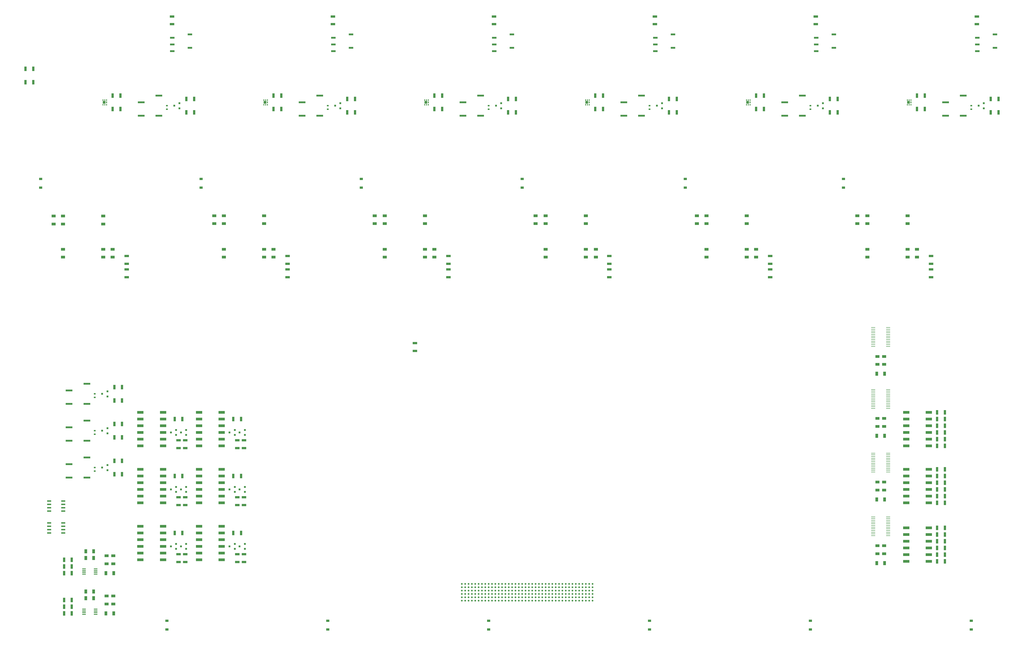
<source format=gbr>
G04 #@! TF.FileFunction,Paste,Top*
%FSLAX46Y46*%
G04 Gerber Fmt 4.6, Leading zero omitted, Abs format (unit mm)*
G04 Created by KiCad (PCBNEW 4.0.6) date 07/27/17 10:42:05*
%MOMM*%
%LPD*%
G01*
G04 APERTURE LIST*
%ADD10C,0.100000*%
%ADD11R,1.550000X0.250000*%
%ADD12R,1.600000X1.000000*%
%ADD13R,1.000000X1.600000*%
%ADD14R,0.700000X0.600000*%
%ADD15R,2.660000X0.800000*%
%ADD16R,2.440000X1.130000*%
%ADD17R,0.800100X0.800100*%
%ADD18R,0.900000X1.700000*%
%ADD19R,1.700000X0.900000*%
%ADD20R,1.450000X0.450000*%
%ADD21R,1.550000X0.600000*%
%ADD22R,0.400000X0.470000*%
%ADD23R,1.000000X1.050000*%
%ADD24R,0.400000X0.660000*%
%ADD25R,1.220000X0.910000*%
%ADD26R,1.700000X0.700000*%
%ADD27R,1.200000X0.900000*%
%ADD28C,0.640000*%
G04 APERTURE END LIST*
D10*
D11*
X419360000Y-199625000D03*
X413760000Y-199625000D03*
X419360000Y-200275000D03*
X413760000Y-200275000D03*
X419360000Y-200925000D03*
X413760000Y-200925000D03*
X419360000Y-201575000D03*
X413760000Y-201575000D03*
X419360000Y-202225000D03*
X413760000Y-202225000D03*
X419360000Y-202875000D03*
X413760000Y-202875000D03*
X419360000Y-203525000D03*
X413760000Y-203525000D03*
X419360000Y-204175000D03*
X413760000Y-204175000D03*
X419360000Y-204825000D03*
X413760000Y-204825000D03*
X419360000Y-205475000D03*
X413760000Y-205475000D03*
X419360000Y-206125000D03*
X413760000Y-206125000D03*
X419360000Y-206775000D03*
X413760000Y-206775000D03*
X419360000Y-223120000D03*
X413760000Y-223120000D03*
X419360000Y-223770000D03*
X413760000Y-223770000D03*
X419360000Y-224420000D03*
X413760000Y-224420000D03*
X419360000Y-225070000D03*
X413760000Y-225070000D03*
X419360000Y-225720000D03*
X413760000Y-225720000D03*
X419360000Y-226370000D03*
X413760000Y-226370000D03*
X419360000Y-227020000D03*
X413760000Y-227020000D03*
X419360000Y-227670000D03*
X413760000Y-227670000D03*
X419360000Y-228320000D03*
X413760000Y-228320000D03*
X419360000Y-228970000D03*
X413760000Y-228970000D03*
X419360000Y-229620000D03*
X413760000Y-229620000D03*
X419360000Y-230270000D03*
X413760000Y-230270000D03*
X419360000Y-247250000D03*
X413760000Y-247250000D03*
X419360000Y-247900000D03*
X413760000Y-247900000D03*
X419360000Y-248550000D03*
X413760000Y-248550000D03*
X419360000Y-249200000D03*
X413760000Y-249200000D03*
X419360000Y-249850000D03*
X413760000Y-249850000D03*
X419360000Y-250500000D03*
X413760000Y-250500000D03*
X419360000Y-251150000D03*
X413760000Y-251150000D03*
X419360000Y-251800000D03*
X413760000Y-251800000D03*
X419360000Y-252450000D03*
X413760000Y-252450000D03*
X419360000Y-253100000D03*
X413760000Y-253100000D03*
X419360000Y-253750000D03*
X413760000Y-253750000D03*
X419360000Y-254400000D03*
X413760000Y-254400000D03*
X419360000Y-271380000D03*
X413760000Y-271380000D03*
X419360000Y-272030000D03*
X413760000Y-272030000D03*
X419360000Y-272680000D03*
X413760000Y-272680000D03*
X419360000Y-273330000D03*
X413760000Y-273330000D03*
X419360000Y-273980000D03*
X413760000Y-273980000D03*
X419360000Y-274630000D03*
X413760000Y-274630000D03*
X419360000Y-275280000D03*
X413760000Y-275280000D03*
X419360000Y-275930000D03*
X413760000Y-275930000D03*
X419360000Y-276580000D03*
X413760000Y-276580000D03*
X419360000Y-277230000D03*
X413760000Y-277230000D03*
X419360000Y-277880000D03*
X413760000Y-277880000D03*
X419360000Y-278530000D03*
X413760000Y-278530000D03*
D12*
X417830000Y-210590000D03*
X417830000Y-213590000D03*
X415290000Y-210590000D03*
X415290000Y-213590000D03*
D13*
X418060000Y-217170000D03*
X415060000Y-217170000D03*
D12*
X417830000Y-258215000D03*
X417830000Y-261215000D03*
X415290000Y-258215000D03*
X415290000Y-261215000D03*
D13*
X418060000Y-264795000D03*
X415060000Y-264795000D03*
D12*
X417830000Y-234085000D03*
X417830000Y-237085000D03*
X415290000Y-234085000D03*
X415290000Y-237085000D03*
D13*
X418060000Y-240665000D03*
X415060000Y-240665000D03*
D12*
X417830000Y-282345000D03*
X417830000Y-285345000D03*
X415290000Y-282345000D03*
X415290000Y-285345000D03*
D13*
X418060000Y-288925000D03*
X415060000Y-288925000D03*
D12*
X106680000Y-172950000D03*
X106680000Y-169950000D03*
X123190000Y-289155000D03*
X123190000Y-286155000D03*
X106756200Y-157377000D03*
X106756200Y-160377000D03*
D13*
X125960000Y-292735000D03*
X122960000Y-292735000D03*
X115340000Y-287020000D03*
X118340000Y-287020000D03*
D12*
X125730000Y-286155000D03*
X125730000Y-289155000D03*
D13*
X115340000Y-284480000D03*
X118340000Y-284480000D03*
D12*
X121920000Y-172950000D03*
X121920000Y-169950000D03*
X121996200Y-157377000D03*
X121996200Y-160377000D03*
X123190000Y-304395000D03*
X123190000Y-301395000D03*
D13*
X125960000Y-307975000D03*
X122960000Y-307975000D03*
X115340000Y-302260000D03*
X118340000Y-302260000D03*
D12*
X125730000Y-301395000D03*
X125730000Y-304395000D03*
D13*
X115340000Y-299720000D03*
X118340000Y-299720000D03*
D12*
X167640000Y-172950000D03*
X167640000Y-169950000D03*
X167640000Y-157250000D03*
X167640000Y-160250000D03*
X182880000Y-172950000D03*
X182880000Y-169950000D03*
X182880000Y-157250000D03*
X182880000Y-160250000D03*
X228600000Y-172950000D03*
X228600000Y-169950000D03*
X228600000Y-157250000D03*
X228600000Y-160250000D03*
X243840000Y-172950000D03*
X243840000Y-169950000D03*
X243840000Y-157250000D03*
X243840000Y-160250000D03*
X289560000Y-172950000D03*
X289560000Y-169950000D03*
X289560000Y-157250000D03*
X289560000Y-160250000D03*
X304800000Y-172950000D03*
X304800000Y-169950000D03*
X304800000Y-157250000D03*
X304800000Y-160250000D03*
X350520000Y-172950000D03*
X350520000Y-169950000D03*
X350520000Y-157250000D03*
X350520000Y-160250000D03*
X365760000Y-172950000D03*
X365760000Y-169950000D03*
X365760000Y-157250000D03*
X365760000Y-160250000D03*
X411480000Y-169950000D03*
X411480000Y-172950000D03*
X411480000Y-157250000D03*
X411480000Y-160250000D03*
X426720000Y-172950000D03*
X426720000Y-169950000D03*
X426720000Y-157250000D03*
X426720000Y-160250000D03*
D14*
X146050000Y-115505000D03*
X146050000Y-116905000D03*
X118745000Y-224725000D03*
X118745000Y-226125000D03*
X118745000Y-238695000D03*
X118745000Y-240095000D03*
X118745000Y-252665000D03*
X118745000Y-254065000D03*
X207010000Y-115505000D03*
X207010000Y-116905000D03*
X267970000Y-115505000D03*
X267970000Y-116905000D03*
X328930000Y-115505000D03*
X328930000Y-116905000D03*
X389890000Y-115505000D03*
X389890000Y-116905000D03*
X450850000Y-115505000D03*
X450850000Y-116905000D03*
D15*
X115765000Y-220980000D03*
X109025000Y-223520000D03*
X115765000Y-228600000D03*
X109025000Y-228600000D03*
X143070000Y-111760000D03*
X136330000Y-114300000D03*
X143070000Y-119380000D03*
X136330000Y-119380000D03*
X204030000Y-111760000D03*
X197290000Y-114300000D03*
X204030000Y-119380000D03*
X197290000Y-119380000D03*
X264990000Y-111760000D03*
X258250000Y-114300000D03*
X264990000Y-119380000D03*
X258250000Y-119380000D03*
X325950000Y-111760000D03*
X319210000Y-114300000D03*
X325950000Y-119380000D03*
X319210000Y-119380000D03*
X386910000Y-111760000D03*
X380170000Y-114300000D03*
X386910000Y-119380000D03*
X380170000Y-119380000D03*
X447870000Y-111760000D03*
X441130000Y-114300000D03*
X447870000Y-119380000D03*
X441130000Y-119380000D03*
D16*
X434830000Y-231775000D03*
X426230000Y-231775000D03*
X434830000Y-234315000D03*
X426230000Y-234315000D03*
X434830000Y-236855000D03*
X426230000Y-236855000D03*
X434830000Y-239395000D03*
X426230000Y-239395000D03*
X434830000Y-241935000D03*
X426230000Y-241935000D03*
X434830000Y-244475000D03*
X426230000Y-244475000D03*
X434830000Y-253365000D03*
X426230000Y-253365000D03*
X434830000Y-255905000D03*
X426230000Y-255905000D03*
X434830000Y-258445000D03*
X426230000Y-258445000D03*
X434830000Y-260985000D03*
X426230000Y-260985000D03*
X434830000Y-263525000D03*
X426230000Y-263525000D03*
X434830000Y-266065000D03*
X426230000Y-266065000D03*
X434830000Y-275590000D03*
X426230000Y-275590000D03*
X434830000Y-278130000D03*
X426230000Y-278130000D03*
X434830000Y-280670000D03*
X426230000Y-280670000D03*
X434830000Y-283210000D03*
X426230000Y-283210000D03*
X434830000Y-285750000D03*
X426230000Y-285750000D03*
X434830000Y-288290000D03*
X426230000Y-288290000D03*
X136035000Y-244475000D03*
X144635000Y-244475000D03*
X136035000Y-241935000D03*
X144635000Y-241935000D03*
X136035000Y-239395000D03*
X144635000Y-239395000D03*
X136035000Y-236855000D03*
X144635000Y-236855000D03*
X136035000Y-234315000D03*
X144635000Y-234315000D03*
X136035000Y-231775000D03*
X144635000Y-231775000D03*
X136035000Y-266065000D03*
X144635000Y-266065000D03*
X136035000Y-263525000D03*
X144635000Y-263525000D03*
X136035000Y-260985000D03*
X144635000Y-260985000D03*
X136035000Y-258445000D03*
X144635000Y-258445000D03*
X136035000Y-255905000D03*
X144635000Y-255905000D03*
X136035000Y-253365000D03*
X144635000Y-253365000D03*
X136035000Y-287655000D03*
X144635000Y-287655000D03*
X136035000Y-285115000D03*
X144635000Y-285115000D03*
X136035000Y-282575000D03*
X144635000Y-282575000D03*
X136035000Y-280035000D03*
X144635000Y-280035000D03*
X136035000Y-277495000D03*
X144635000Y-277495000D03*
X136035000Y-274955000D03*
X144635000Y-274955000D03*
X158260000Y-244475000D03*
X166860000Y-244475000D03*
X158260000Y-241935000D03*
X166860000Y-241935000D03*
X158260000Y-239395000D03*
X166860000Y-239395000D03*
X158260000Y-236855000D03*
X166860000Y-236855000D03*
X158260000Y-234315000D03*
X166860000Y-234315000D03*
X158260000Y-231775000D03*
X166860000Y-231775000D03*
X158260000Y-266065000D03*
X166860000Y-266065000D03*
X158260000Y-263525000D03*
X166860000Y-263525000D03*
X158260000Y-260985000D03*
X166860000Y-260985000D03*
X158260000Y-258445000D03*
X166860000Y-258445000D03*
X158260000Y-255905000D03*
X166860000Y-255905000D03*
X158260000Y-253365000D03*
X166860000Y-253365000D03*
X158260000Y-287655000D03*
X166860000Y-287655000D03*
X158260000Y-285115000D03*
X166860000Y-285115000D03*
X158260000Y-282575000D03*
X166860000Y-282575000D03*
X158260000Y-280035000D03*
X166860000Y-280035000D03*
X158260000Y-277495000D03*
X166860000Y-277495000D03*
X158260000Y-274955000D03*
X166860000Y-274955000D03*
D17*
X150860760Y-116520000D03*
X150860760Y-114620000D03*
X148861780Y-115570000D03*
X153400760Y-240345000D03*
X153400760Y-238445000D03*
X151401780Y-239395000D03*
X149590760Y-240345000D03*
X149590760Y-238445000D03*
X147591780Y-239395000D03*
X123555760Y-225740000D03*
X123555760Y-223840000D03*
X121556780Y-224790000D03*
X123555760Y-239710000D03*
X123555760Y-237810000D03*
X121556780Y-238760000D03*
X123555760Y-253680000D03*
X123555760Y-251780000D03*
X121556780Y-252730000D03*
X153400760Y-261935000D03*
X153400760Y-260035000D03*
X151401780Y-260985000D03*
X211820760Y-116520000D03*
X211820760Y-114620000D03*
X209821780Y-115570000D03*
X149590760Y-261935000D03*
X149590760Y-260035000D03*
X147591780Y-260985000D03*
X153400760Y-283525000D03*
X153400760Y-281625000D03*
X151401780Y-282575000D03*
X272780760Y-116520000D03*
X272780760Y-114620000D03*
X270781780Y-115570000D03*
X149590760Y-283525000D03*
X149590760Y-281625000D03*
X147591780Y-282575000D03*
X175625760Y-240345000D03*
X175625760Y-238445000D03*
X173626780Y-239395000D03*
X333740760Y-116520000D03*
X333740760Y-114620000D03*
X331741780Y-115570000D03*
X171815760Y-240345000D03*
X171815760Y-238445000D03*
X169816780Y-239395000D03*
X175625760Y-261935000D03*
X175625760Y-260035000D03*
X173626780Y-260985000D03*
X394700760Y-116520000D03*
X394700760Y-114620000D03*
X392701780Y-115570000D03*
X171815760Y-261935000D03*
X171815760Y-260035000D03*
X169816780Y-260985000D03*
X175625760Y-283525000D03*
X175625760Y-281625000D03*
X173626780Y-282575000D03*
X455660760Y-116520000D03*
X455660760Y-114620000D03*
X453661780Y-115570000D03*
X171815760Y-283525000D03*
X171815760Y-281625000D03*
X169816780Y-282575000D03*
D18*
X125550000Y-116840000D03*
X128450000Y-116840000D03*
X125550000Y-111760000D03*
X128450000Y-111760000D03*
X153490000Y-118110000D03*
X156390000Y-118110000D03*
X153490000Y-113030000D03*
X156390000Y-113030000D03*
D19*
X153035000Y-242390000D03*
X153035000Y-245290000D03*
X150495000Y-242390000D03*
X150495000Y-245290000D03*
D18*
X151945000Y-234315000D03*
X149045000Y-234315000D03*
X126185000Y-222250000D03*
X129085000Y-222250000D03*
X126185000Y-236220000D03*
X129085000Y-236220000D03*
X126185000Y-250190000D03*
X129085000Y-250190000D03*
X126185000Y-227330000D03*
X129085000Y-227330000D03*
X126185000Y-241300000D03*
X129085000Y-241300000D03*
X126185000Y-255270000D03*
X129085000Y-255270000D03*
X107135000Y-290195000D03*
X110035000Y-290195000D03*
X107135000Y-287655000D03*
X110035000Y-287655000D03*
X107135000Y-292735000D03*
X110035000Y-292735000D03*
X95430000Y-101600000D03*
X92530000Y-101600000D03*
X92530000Y-106680000D03*
X95430000Y-106680000D03*
D19*
X240030000Y-208460000D03*
X240030000Y-205560000D03*
D18*
X440870000Y-253365000D03*
X437970000Y-253365000D03*
X440870000Y-255905000D03*
X437970000Y-255905000D03*
X440870000Y-258445000D03*
X437970000Y-258445000D03*
X440870000Y-260985000D03*
X437970000Y-260985000D03*
X440870000Y-263525000D03*
X437970000Y-263525000D03*
X440870000Y-266065000D03*
X437970000Y-266065000D03*
X440870000Y-231775000D03*
X437970000Y-231775000D03*
X440870000Y-234315000D03*
X437970000Y-234315000D03*
X440870000Y-236855000D03*
X437970000Y-236855000D03*
X440870000Y-239395000D03*
X437970000Y-239395000D03*
X440870000Y-241935000D03*
X437970000Y-241935000D03*
X440870000Y-244475000D03*
X437970000Y-244475000D03*
X440870000Y-275590000D03*
X437970000Y-275590000D03*
X440870000Y-278130000D03*
X437970000Y-278130000D03*
X440870000Y-280670000D03*
X437970000Y-280670000D03*
X440870000Y-283210000D03*
X437970000Y-283210000D03*
X440870000Y-285750000D03*
X437970000Y-285750000D03*
X440870000Y-288290000D03*
X437970000Y-288290000D03*
X107135000Y-305435000D03*
X110035000Y-305435000D03*
X107135000Y-302895000D03*
X110035000Y-302895000D03*
X107135000Y-307975000D03*
X110035000Y-307975000D03*
D19*
X130810000Y-180520000D03*
X130810000Y-177620000D03*
X130810000Y-172540000D03*
X130810000Y-175440000D03*
X150495000Y-263980000D03*
X150495000Y-266880000D03*
D18*
X214450000Y-113030000D03*
X217350000Y-113030000D03*
X186510000Y-111760000D03*
X189410000Y-111760000D03*
D19*
X153035000Y-263980000D03*
X153035000Y-266880000D03*
D18*
X214450000Y-118110000D03*
X217350000Y-118110000D03*
X186510000Y-116840000D03*
X189410000Y-116840000D03*
X151945000Y-255905000D03*
X149045000Y-255905000D03*
D19*
X191770000Y-180520000D03*
X191770000Y-177620000D03*
X191770000Y-172540000D03*
X191770000Y-175440000D03*
X150495000Y-285570000D03*
X150495000Y-288470000D03*
D18*
X275410000Y-113030000D03*
X278310000Y-113030000D03*
X247470000Y-111760000D03*
X250370000Y-111760000D03*
D19*
X153035000Y-285570000D03*
X153035000Y-288470000D03*
D18*
X275410000Y-118110000D03*
X278310000Y-118110000D03*
X247470000Y-116840000D03*
X250370000Y-116840000D03*
X151945000Y-277495000D03*
X149045000Y-277495000D03*
D19*
X252730000Y-180520000D03*
X252730000Y-177620000D03*
X252730000Y-172540000D03*
X252730000Y-175440000D03*
X172720000Y-242390000D03*
X172720000Y-245290000D03*
D18*
X336370000Y-113030000D03*
X339270000Y-113030000D03*
X308430000Y-111760000D03*
X311330000Y-111760000D03*
D19*
X175260000Y-242390000D03*
X175260000Y-245290000D03*
D18*
X336370000Y-118110000D03*
X339270000Y-118110000D03*
X308430000Y-116840000D03*
X311330000Y-116840000D03*
X174170000Y-234315000D03*
X171270000Y-234315000D03*
D19*
X313690000Y-180520000D03*
X313690000Y-177620000D03*
X313690000Y-172540000D03*
X313690000Y-175440000D03*
X172720000Y-263980000D03*
X172720000Y-266880000D03*
D18*
X397330000Y-113030000D03*
X400230000Y-113030000D03*
X369390000Y-111760000D03*
X372290000Y-111760000D03*
D19*
X175260000Y-263980000D03*
X175260000Y-266880000D03*
D18*
X397330000Y-118110000D03*
X400230000Y-118110000D03*
X369390000Y-116840000D03*
X372290000Y-116840000D03*
X174170000Y-255905000D03*
X171270000Y-255905000D03*
D19*
X374650000Y-180520000D03*
X374650000Y-177620000D03*
X374650000Y-172540000D03*
X374650000Y-175440000D03*
X172720000Y-285570000D03*
X172720000Y-288470000D03*
D18*
X458290000Y-113030000D03*
X461190000Y-113030000D03*
X430350000Y-111760000D03*
X433250000Y-111760000D03*
D19*
X175260000Y-285570000D03*
X175260000Y-288470000D03*
D18*
X458290000Y-118110000D03*
X461190000Y-118110000D03*
X430350000Y-116840000D03*
X433250000Y-116840000D03*
X174170000Y-277495000D03*
X171270000Y-277495000D03*
D19*
X435610000Y-180520000D03*
X435610000Y-177620000D03*
X435610000Y-172540000D03*
X435610000Y-175440000D03*
D15*
X115765000Y-234950000D03*
X109025000Y-237490000D03*
X115765000Y-242570000D03*
X109025000Y-242570000D03*
X115765000Y-248920000D03*
X109025000Y-251460000D03*
X115765000Y-256540000D03*
X109025000Y-256540000D03*
D20*
X119040000Y-293075000D03*
X119040000Y-292425000D03*
X119040000Y-291775000D03*
X119040000Y-291125000D03*
X114640000Y-291125000D03*
X114640000Y-291775000D03*
X114640000Y-292425000D03*
X114640000Y-293075000D03*
X119040000Y-308315000D03*
X119040000Y-307665000D03*
X119040000Y-307015000D03*
X119040000Y-306365000D03*
X114640000Y-306365000D03*
X114640000Y-307015000D03*
X114640000Y-307665000D03*
X114640000Y-308315000D03*
D21*
X101440000Y-265430000D03*
X101440000Y-266700000D03*
X101440000Y-267970000D03*
X101440000Y-269240000D03*
X106840000Y-269240000D03*
X106840000Y-267970000D03*
X106840000Y-266700000D03*
X106840000Y-265430000D03*
X101440000Y-273685000D03*
X101440000Y-274955000D03*
X101440000Y-276225000D03*
X101440000Y-277495000D03*
X106840000Y-277495000D03*
X106840000Y-276225000D03*
X106840000Y-274955000D03*
X106840000Y-273685000D03*
D22*
X426705000Y-115215000D03*
X427355000Y-115215000D03*
X428005000Y-115215000D03*
X426705000Y-113385000D03*
X427355000Y-113385000D03*
X428005000Y-113385000D03*
D23*
X427055000Y-114300000D03*
D24*
X428005000Y-114300000D03*
D22*
X365745000Y-115215000D03*
X366395000Y-115215000D03*
X367045000Y-115215000D03*
X365745000Y-113385000D03*
X366395000Y-113385000D03*
X367045000Y-113385000D03*
D23*
X366095000Y-114300000D03*
D24*
X367045000Y-114300000D03*
D22*
X304785000Y-115215000D03*
X305435000Y-115215000D03*
X306085000Y-115215000D03*
X304785000Y-113385000D03*
X305435000Y-113385000D03*
X306085000Y-113385000D03*
D23*
X305135000Y-114300000D03*
D24*
X306085000Y-114300000D03*
D22*
X243825000Y-115215000D03*
X244475000Y-115215000D03*
X245125000Y-115215000D03*
X243825000Y-113385000D03*
X244475000Y-113385000D03*
X245125000Y-113385000D03*
D23*
X244175000Y-114300000D03*
D24*
X245125000Y-114300000D03*
D22*
X182865000Y-115215000D03*
X183515000Y-115215000D03*
X184165000Y-115215000D03*
X182865000Y-113385000D03*
X183515000Y-113385000D03*
X184165000Y-113385000D03*
D23*
X183215000Y-114300000D03*
D24*
X184165000Y-114300000D03*
D22*
X121905000Y-115215000D03*
X122555000Y-115215000D03*
X123205000Y-115215000D03*
X121905000Y-113385000D03*
X122555000Y-113385000D03*
X123205000Y-113385000D03*
D23*
X122255000Y-114300000D03*
D24*
X123205000Y-114300000D03*
D25*
X450850000Y-310785000D03*
X450850000Y-314055000D03*
X389890000Y-310785000D03*
X389890000Y-314055000D03*
X328930000Y-310785000D03*
X328930000Y-314055000D03*
X267970000Y-310785000D03*
X267970000Y-314055000D03*
X207010000Y-310785000D03*
X207010000Y-314055000D03*
X146050000Y-310785000D03*
X146050000Y-314055000D03*
D12*
X125552200Y-172950000D03*
X125552200Y-169950000D03*
X103200200Y-157377000D03*
X103200200Y-160377000D03*
X186512200Y-172950000D03*
X186512200Y-169950000D03*
X164033200Y-157250000D03*
X164033200Y-160250000D03*
X247472200Y-172950000D03*
X247472200Y-169950000D03*
X224866200Y-157250000D03*
X224866200Y-160250000D03*
X308686200Y-172950000D03*
X308686200Y-169950000D03*
X285826200Y-157250000D03*
X285826200Y-160250000D03*
X369392200Y-172950000D03*
X369392200Y-169950000D03*
X346913200Y-157250000D03*
X346913200Y-160250000D03*
X430352200Y-172950000D03*
X430352200Y-169950000D03*
X407746200Y-157250000D03*
X407746200Y-160250000D03*
D26*
X154848200Y-88534000D03*
X154848200Y-93614000D03*
X148148200Y-89804000D03*
X148148200Y-92344000D03*
X148148200Y-94884000D03*
D27*
X98248200Y-143309000D03*
X98248200Y-146609000D03*
X158998200Y-143309000D03*
X158998200Y-146609000D03*
X219748200Y-143309000D03*
X219748200Y-146609000D03*
X280748200Y-143309000D03*
X280748200Y-146609000D03*
X342498200Y-143309000D03*
X342498200Y-146609000D03*
X402498200Y-143309000D03*
X402498200Y-146609000D03*
D26*
X215848200Y-88534000D03*
X215848200Y-93614000D03*
X209148200Y-89804000D03*
X209148200Y-92344000D03*
X209148200Y-94884000D03*
X276848200Y-88534000D03*
X276848200Y-93614000D03*
X270148200Y-89804000D03*
X270148200Y-92344000D03*
X270148200Y-94884000D03*
X337848200Y-88534000D03*
X337848200Y-93614000D03*
X331148200Y-89804000D03*
X331148200Y-92344000D03*
X331148200Y-94884000D03*
X398848200Y-88534000D03*
X398848200Y-93614000D03*
X392148200Y-89804000D03*
X392148200Y-92344000D03*
X392148200Y-94884000D03*
X459848200Y-88534000D03*
X459848200Y-93614000D03*
X453148200Y-89804000D03*
X453148200Y-92344000D03*
X453148200Y-94884000D03*
D28*
X257835000Y-303125000D03*
X257835000Y-301855000D03*
X257835000Y-300585000D03*
X257835000Y-299315000D03*
X257835000Y-298045000D03*
X257835000Y-296775000D03*
X259105000Y-303125000D03*
X259105000Y-301855000D03*
X259105000Y-300585000D03*
X259105000Y-299315000D03*
X259105000Y-298045000D03*
X259105000Y-296775000D03*
X260375000Y-303125000D03*
X260375000Y-301855000D03*
X260375000Y-300585000D03*
X260375000Y-299315000D03*
X260375000Y-298045000D03*
X260375000Y-296775000D03*
X261645000Y-303125000D03*
X261645000Y-301855000D03*
X261645000Y-300585000D03*
X261645000Y-299315000D03*
X261645000Y-298045000D03*
X261645000Y-296775000D03*
X262915000Y-303125000D03*
X262915000Y-301855000D03*
X262915000Y-300585000D03*
X262915000Y-299315000D03*
X262915000Y-298045000D03*
X262915000Y-296775000D03*
X264185000Y-303125000D03*
X264185000Y-301855000D03*
X264185000Y-300585000D03*
X264185000Y-299315000D03*
X264185000Y-298045000D03*
X264185000Y-296775000D03*
X265455000Y-303125000D03*
X265455000Y-301855000D03*
X265455000Y-300585000D03*
X265455000Y-299315000D03*
X265455000Y-298045000D03*
X265455000Y-296775000D03*
X266725000Y-303125000D03*
X266725000Y-301855000D03*
X266725000Y-300585000D03*
X266725000Y-299315000D03*
X266725000Y-298045000D03*
X266725000Y-296775000D03*
X267995000Y-303125000D03*
X267995000Y-301855000D03*
X267995000Y-300585000D03*
X267995000Y-299315000D03*
X267995000Y-298045000D03*
X267995000Y-296775000D03*
X269265000Y-303125000D03*
X269265000Y-301855000D03*
X269265000Y-300585000D03*
X269265000Y-299315000D03*
X269265000Y-298045000D03*
X269265000Y-296775000D03*
X270535000Y-303125000D03*
X270535000Y-301855000D03*
X270535000Y-300585000D03*
X270535000Y-299315000D03*
X270535000Y-298045000D03*
X270535000Y-296775000D03*
X271805000Y-303125000D03*
X271805000Y-301855000D03*
X271805000Y-300585000D03*
X271805000Y-299315000D03*
X271805000Y-298045000D03*
X271805000Y-296775000D03*
X273075000Y-303125000D03*
X273075000Y-301855000D03*
X273075000Y-300585000D03*
X273075000Y-299315000D03*
X273075000Y-298045000D03*
X273075000Y-296775000D03*
X274345000Y-303125000D03*
X274345000Y-301855000D03*
X274345000Y-300585000D03*
X274345000Y-299315000D03*
X274345000Y-298045000D03*
X274345000Y-296775000D03*
X275615000Y-303125000D03*
X275615000Y-301855000D03*
X275615000Y-300585000D03*
X275615000Y-299315000D03*
X275615000Y-298045000D03*
X275615000Y-296775000D03*
X276885000Y-303125000D03*
X276885000Y-301855000D03*
X276885000Y-300585000D03*
X276885000Y-299315000D03*
X276885000Y-298045000D03*
X276885000Y-296775000D03*
X278155000Y-303125000D03*
X278155000Y-301855000D03*
X278155000Y-300585000D03*
X278155000Y-299315000D03*
X278155000Y-298045000D03*
X278155000Y-296775000D03*
X279425000Y-303125000D03*
X279425000Y-301855000D03*
X279425000Y-300585000D03*
X279425000Y-299315000D03*
X279425000Y-298045000D03*
X279425000Y-296775000D03*
X280695000Y-303125000D03*
X280695000Y-301855000D03*
X280695000Y-300585000D03*
X280695000Y-299315000D03*
X280695000Y-298045000D03*
X280695000Y-296775000D03*
X281965000Y-303125000D03*
X281965000Y-301855000D03*
X281965000Y-300585000D03*
X281965000Y-299315000D03*
X281965000Y-298045000D03*
X281965000Y-296775000D03*
X283235000Y-303125000D03*
X283235000Y-301855000D03*
X283235000Y-300585000D03*
X283235000Y-299315000D03*
X283235000Y-298045000D03*
X283235000Y-296775000D03*
X284505000Y-303125000D03*
X284505000Y-301855000D03*
X284505000Y-300585000D03*
X284505000Y-299315000D03*
X284505000Y-298045000D03*
X284505000Y-296775000D03*
X285775000Y-303125000D03*
X285775000Y-301855000D03*
X285775000Y-300585000D03*
X285775000Y-299315000D03*
X285775000Y-298045000D03*
X285775000Y-296775000D03*
X287045000Y-303125000D03*
X287045000Y-301855000D03*
X287045000Y-300585000D03*
X287045000Y-299315000D03*
X287045000Y-298045000D03*
X287045000Y-296775000D03*
X288315000Y-303125000D03*
X288315000Y-301855000D03*
X288315000Y-300585000D03*
X288315000Y-299315000D03*
X288315000Y-298045000D03*
X288315000Y-296775000D03*
X289585000Y-303125000D03*
X289585000Y-301855000D03*
X289585000Y-300585000D03*
X289585000Y-299315000D03*
X289585000Y-298045000D03*
X289585000Y-296775000D03*
X290855000Y-303125000D03*
X290855000Y-301855000D03*
X290855000Y-300585000D03*
X290855000Y-299315000D03*
X290855000Y-298045000D03*
X290855000Y-296775000D03*
X292125000Y-303125000D03*
X292125000Y-301855000D03*
X292125000Y-300585000D03*
X292125000Y-299315000D03*
X292125000Y-298045000D03*
X292125000Y-296775000D03*
X293395000Y-303125000D03*
X293395000Y-301855000D03*
X293395000Y-300585000D03*
X293395000Y-299315000D03*
X293395000Y-298045000D03*
X293395000Y-296775000D03*
X294665000Y-303125000D03*
X294665000Y-301855000D03*
X294665000Y-300585000D03*
X294665000Y-299315000D03*
X294665000Y-298045000D03*
X294665000Y-296775000D03*
X295935000Y-303125000D03*
X295935000Y-301855000D03*
X295935000Y-300585000D03*
X295935000Y-299315000D03*
X295935000Y-298045000D03*
X295935000Y-296775000D03*
X297205000Y-303125000D03*
X297205000Y-301855000D03*
X297205000Y-300585000D03*
X297205000Y-299315000D03*
X297205000Y-298045000D03*
X297205000Y-296775000D03*
X298475000Y-303125000D03*
X298475000Y-301855000D03*
X298475000Y-300585000D03*
X298475000Y-299315000D03*
X298475000Y-298045000D03*
X298475000Y-296775000D03*
X299745000Y-303125000D03*
X299745000Y-301855000D03*
X299745000Y-300585000D03*
X299745000Y-299315000D03*
X299745000Y-298045000D03*
X299745000Y-296775000D03*
X301015000Y-303125000D03*
X301015000Y-301855000D03*
X301015000Y-300585000D03*
X301015000Y-299315000D03*
X301015000Y-298045000D03*
X301015000Y-296775000D03*
X302285000Y-303125000D03*
X302285000Y-301855000D03*
X302285000Y-300585000D03*
X302285000Y-299315000D03*
X302285000Y-298045000D03*
X302285000Y-296775000D03*
X303555000Y-303125000D03*
X303555000Y-301855000D03*
X303555000Y-300585000D03*
X303555000Y-299315000D03*
X303555000Y-298045000D03*
X303555000Y-296775000D03*
X304825000Y-303125000D03*
X304825000Y-301855000D03*
X304825000Y-300585000D03*
X304825000Y-299315000D03*
X304825000Y-298045000D03*
X304825000Y-296775000D03*
X306095000Y-303125000D03*
X306095000Y-301855000D03*
X306095000Y-300585000D03*
X306095000Y-299315000D03*
X306095000Y-298045000D03*
X306095000Y-296775000D03*
X307365000Y-303125000D03*
X307365000Y-301855000D03*
X307365000Y-300585000D03*
X307365000Y-299315000D03*
X307365000Y-298045000D03*
X307365000Y-296775000D03*
D19*
X147998200Y-84659000D03*
X147998200Y-81759000D03*
X208998200Y-84659000D03*
X208998200Y-81759000D03*
X269998200Y-84659000D03*
X269998200Y-81759000D03*
X330998200Y-84659000D03*
X330998200Y-81759000D03*
X391998200Y-84659000D03*
X391998200Y-81759000D03*
X452998200Y-84659000D03*
X452998200Y-81759000D03*
M02*

</source>
